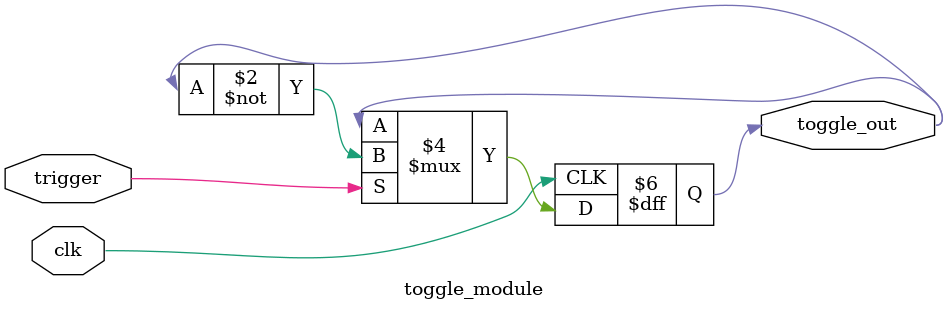
<source format=sv>
module rom_clkdiv #(
    parameter MAX = 50000000
)(
    input  wire clk,
    output wire clk_out
);
    // 内部信号
    wire counter_max_reached;
    
    // 子模块实例化
    counter_module #(
        .MAX(MAX)
    ) counter_inst (
        .clk              (clk),
        .counter_max_reached (counter_max_reached)
    );
    
    toggle_module toggle_inst (
        .clk              (clk),
        .trigger          (counter_max_reached),
        .toggle_out       (clk_out)
    );
    
endmodule

//=============================================================================
// 子模块：计数器
//=============================================================================
module counter_module #(
    parameter MAX = 50000000
)(
    input  wire clk,
    output reg  counter_max_reached
);
    // 内部寄存器
    reg [25:0] counter;
    reg [25:0] max_val;
    
    // 初始化
    initial begin
        counter <= 26'd0;
        max_val <= MAX;
        counter_max_reached <= 1'b0;
    end
    
    // 计数逻辑
    always @(posedge clk) begin
        if(counter >= max_val) begin
            counter <= 26'd0;
            counter_max_reached <= 1'b1;
        end else begin
            counter <= counter + 1'b1;
            counter_max_reached <= 1'b0;
        end
    end
endmodule

//=============================================================================
// 子模块：翻转器
//=============================================================================
module toggle_module (
    input  wire clk,
    input  wire trigger,
    output reg  toggle_out
);
    // 初始化
    initial begin
        toggle_out <= 1'b0;
    end
    
    // 翻转逻辑
    always @(posedge clk) begin
        if(trigger) begin
            toggle_out <= ~toggle_out;
        end
    end
endmodule
</source>
